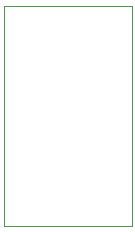
<source format=gbr>
G04 #@! TF.GenerationSoftware,KiCad,Pcbnew,(5.1.4)-1*
G04 #@! TF.CreationDate,2022-01-12T23:04:18-05:00*
G04 #@! TF.ProjectId,CA3080_to_LM13700,43413330-3830-45f7-946f-5f4c4d313337,rev?*
G04 #@! TF.SameCoordinates,Original*
G04 #@! TF.FileFunction,Profile,NP*
%FSLAX46Y46*%
G04 Gerber Fmt 4.6, Leading zero omitted, Abs format (unit mm)*
G04 Created by KiCad (PCBNEW (5.1.4)-1) date 2022-01-12 23:04:18*
%MOMM*%
%LPD*%
G04 APERTURE LIST*
%ADD10C,0.050000*%
G04 APERTURE END LIST*
D10*
X136550000Y-41450000D02*
X125675000Y-41450000D01*
X136550000Y-60100000D02*
X136550000Y-41450000D01*
X125675000Y-60100000D02*
X125675000Y-41450000D01*
X136550000Y-60100000D02*
X125675000Y-60100000D01*
M02*

</source>
